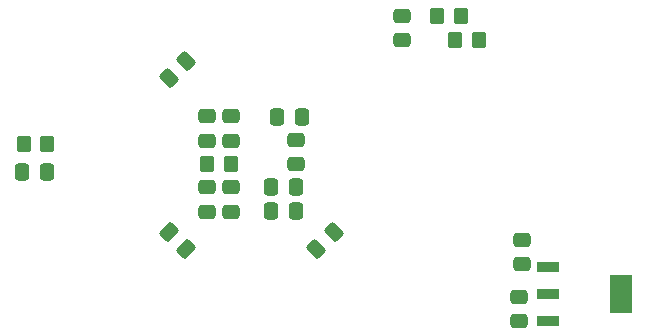
<source format=gbp>
G04 #@! TF.GenerationSoftware,KiCad,Pcbnew,8.0.7*
G04 #@! TF.CreationDate,2025-04-22T23:12:23-04:00*
G04 #@! TF.ProjectId,custom-keypad,63757374-6f6d-42d6-9b65-797061642e6b,rev?*
G04 #@! TF.SameCoordinates,Original*
G04 #@! TF.FileFunction,Paste,Bot*
G04 #@! TF.FilePolarity,Positive*
%FSLAX46Y46*%
G04 Gerber Fmt 4.6, Leading zero omitted, Abs format (unit mm)*
G04 Created by KiCad (PCBNEW 8.0.7) date 2025-04-22 23:12:23*
%MOMM*%
%LPD*%
G01*
G04 APERTURE LIST*
G04 Aperture macros list*
%AMRoundRect*
0 Rectangle with rounded corners*
0 $1 Rounding radius*
0 $2 $3 $4 $5 $6 $7 $8 $9 X,Y pos of 4 corners*
0 Add a 4 corners polygon primitive as box body*
4,1,4,$2,$3,$4,$5,$6,$7,$8,$9,$2,$3,0*
0 Add four circle primitives for the rounded corners*
1,1,$1+$1,$2,$3*
1,1,$1+$1,$4,$5*
1,1,$1+$1,$6,$7*
1,1,$1+$1,$8,$9*
0 Add four rect primitives between the rounded corners*
20,1,$1+$1,$2,$3,$4,$5,0*
20,1,$1+$1,$4,$5,$6,$7,0*
20,1,$1+$1,$6,$7,$8,$9,0*
20,1,$1+$1,$8,$9,$2,$3,0*%
G04 Aperture macros list end*
%ADD10RoundRect,0.250000X0.337500X0.475000X-0.337500X0.475000X-0.337500X-0.475000X0.337500X-0.475000X0*%
%ADD11RoundRect,0.250000X0.097227X-0.574524X0.574524X-0.097227X-0.097227X0.574524X-0.574524X0.097227X0*%
%ADD12RoundRect,0.250000X-0.475000X0.337500X-0.475000X-0.337500X0.475000X-0.337500X0.475000X0.337500X0*%
%ADD13RoundRect,0.250000X-0.350000X-0.450000X0.350000X-0.450000X0.350000X0.450000X-0.350000X0.450000X0*%
%ADD14RoundRect,0.250000X0.574524X0.097227X0.097227X0.574524X-0.574524X-0.097227X-0.097227X-0.574524X0*%
%ADD15RoundRect,0.250000X0.475000X-0.337500X0.475000X0.337500X-0.475000X0.337500X-0.475000X-0.337500X0*%
%ADD16R,1.850000X0.900000*%
%ADD17R,1.850000X3.200000*%
%ADD18RoundRect,0.250000X0.350000X0.450000X-0.350000X0.450000X-0.350000X-0.450000X0.350000X-0.450000X0*%
G04 APERTURE END LIST*
D10*
X89537500Y-35500000D03*
X87462500Y-35500000D03*
D11*
X78266377Y-32233623D03*
X79733623Y-30766377D03*
D12*
X81500000Y-35462500D03*
X81500000Y-37537500D03*
D13*
X101000000Y-27000000D03*
X103000000Y-27000000D03*
D14*
X79733623Y-46733623D03*
X78266377Y-45266377D03*
D12*
X107911999Y-50732499D03*
X107911999Y-52807499D03*
D10*
X89037500Y-43500000D03*
X86962500Y-43500000D03*
D15*
X108166000Y-47981500D03*
X108166000Y-45906500D03*
D12*
X89000000Y-37462500D03*
X89000000Y-39537500D03*
D15*
X83500000Y-43537500D03*
X83500000Y-41462500D03*
D16*
X110400000Y-52800000D03*
X110400000Y-50500000D03*
X110400000Y-48200000D03*
D17*
X116600000Y-50500000D03*
D12*
X83500000Y-35462500D03*
X83500000Y-37537500D03*
D11*
X90766377Y-46733623D03*
X92233623Y-45266377D03*
D10*
X67949500Y-40192000D03*
X65874500Y-40192000D03*
D18*
X104500000Y-29000000D03*
X102500000Y-29000000D03*
D15*
X81500000Y-43537500D03*
X81500000Y-41462500D03*
D13*
X81500000Y-39500000D03*
X83500000Y-39500000D03*
D12*
X98000000Y-26962500D03*
X98000000Y-29037500D03*
D10*
X89037500Y-41500000D03*
X86962500Y-41500000D03*
D18*
X67984000Y-37848000D03*
X65984000Y-37848000D03*
M02*

</source>
